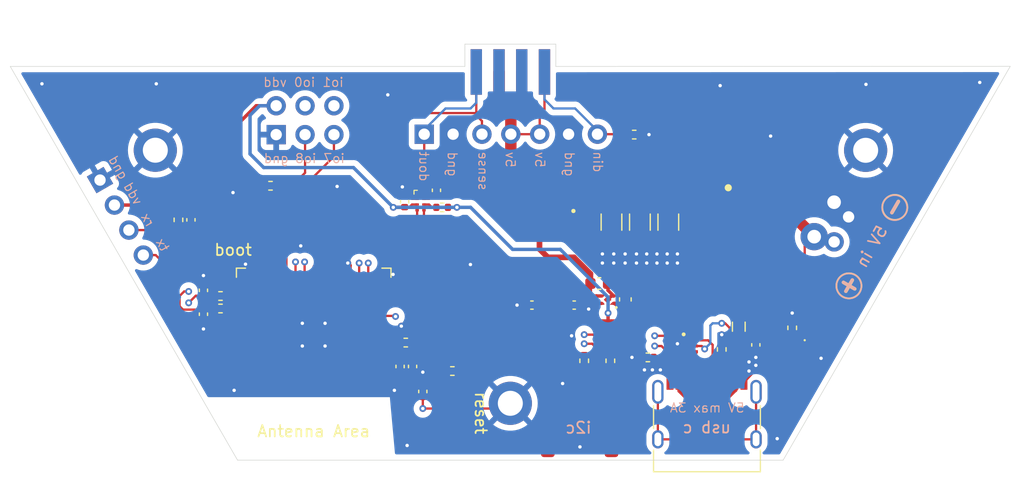
<source format=kicad_pcb>
(kicad_pcb (version 20211014) (generator pcbnew)
  (layers (0 "F.Cu" signal) (1 "In1.Cu" signal) (2 "In2.Cu" signal) (31 "B.Cu" signal) (34 "B.Paste" user) (35 "F.Paste" user) (36 "B.SilkS" user "B.Silkscreen") (37 "F.SilkS" user "F.Silkscreen") (38 "B.Mask" user) (39 "F.Mask" user) (44 "Edge.Cuts" user))
  (net 0 "")
  (net 1 "Net-(D2-Pad2)")
  (net 2 "GND")
  (net 3 "VDD")
  (net 4 "/D+")
  (net 5 "Net-(C9-Pad2)")
  (net 6 "/D-")
  (net 7 "+5V")
  (net 8 "/nRST")
  (net 9 "/BOOT0")
  (net 10 "/VUSB")
  (net 11 "+5VD")
  (net 12 "/SENSE")
  (net 13 "/DOUT")
  (net 14 "/DIN")
  (net 15 "/RX")
  (net 16 "/TX")
  (net 17 "unconnected-(J5-PadS1)")
  (net 18 "Net-(J5-PadB5)")
  (net 20 "Net-(J5-PadA5)")
  (net 22 "/SDA")
  (net 23 "/SCL")
  (net 24 "/GPIO0")
  (net 25 "/GPIO8")
  (net 26 "/GPIO1")
  (net 27 "/GPIO7")
  (net 28 "Net-(R3-Pad1)")
  (net 29 "Net-(R4-Pad1)")
  (net 30 "Net-(R5-Pad1)")
  (net 31 "Net-(R12-Pad2)")
  (net 33 "/VIOUT")
  (net 38 "/LEDS")
  (net 40 "/SENSE3V")
  (net 49 "Net-(D3-Pad1)")
  (footprint "LED_SMD:LED_0402_1005Metric" (layer "F.Cu") (at 179.8 75.7 90)
    (fp_text reference "D3")
    (fp_text value "green")
  )
  (footprint "runger:TDFN-4-1EP_1x1mm_P0.65mm_EP0.5x0.5mm" (layer "F.Cu") (at 162.46 73.225 90)
    (fp_text reference "U4")
    (fp_text value "MIC5524-3.3YMT-T5")
  )
  (footprint "Capacitor_SMD:C_0402_1005Metric" (layer "F.Cu") (at 147.4 63.6 -90)
    (fp_text reference "C18")
    (fp_text value "100nF 10V")
  )
  (footprint "Connector_JST:JST_SH_SM04B-SRSS-TB_1x04-1MP_P1.00mm_Horizontal" (layer "F.Cu") (at 160 84.3)
    (fp_text reference "J6")
    (fp_text value "Stemma/QT")
  )
  (footprint "Capacitor_SMD:C_0603_1608Metric" (layer "F.Cu") (at 161.72 71.8 180)
    (fp_text reference "C12")
    (fp_text value "2.2uF 16V")
  )
  (footprint "Connector_PinHeader_2.54mm:PinHeader_1x04_P2.54mm_Vertical" (layer "F.Cu") (at 117.8 62.7 30)
    (fp_text reference "J4")
    (fp_text value "Conn_01x04")
  )
  (footprint "Resistor_SMD:R_0402_1005Metric" (layer "F.Cu") (at 132.8 63.2 180)
    (fp_text reference "R1")
    (fp_text value "10k")
  )
  (footprint "Espressif:ESP32-C3-MINI-1" (layer "F.Cu") (at 136.6 76.25 180)
    (fp_text reference "U2")
    (fp_text value "ESP32-C3-MINI-1")
  )
  (footprint "runger:PTS_810" (layer "F.Cu") (at 148.9 83.2 -90)
    (fp_text reference "SW1")
    (fp_text value "SW_Push")
  )
  (footprint "Capacitor_SMD:C_0402_1005Metric" (layer "F.Cu") (at 126.9 74.5 -90)
    (fp_text reference "C8")
    (fp_text value "47pF 10V")
  )
  (footprint "Capacitor_SMD:C_0402_1005Metric" (layer "F.Cu") (at 126.9 72.4 90)
    (fp_text reference "C10")
    (fp_text value "47pF 10V")
  )
  (footprint "Capacitor_SMD:C_0402_1005Metric" (layer "F.Cu") (at 175.5 77.2 -90)
    (fp_text reference "C16")
    (fp_text value "10nF 10V")
  )
  (footprint "Capacitor_SMD:C_0402_1005Metric" (layer "F.Cu") (at 144.2 79.1 90)
    (fp_text reference "C7")
    (fp_text value "100nF 10V")
  )
  (footprint "Resistor_SMD:R_0402_1005Metric" (layer "F.Cu") (at 178.7 75.7 90)
    (fp_text reference "R8")
    (fp_text value "5k1")
  )
  (footprint "Resistor_SMD:R_0402_1005Metric" (layer "F.Cu") (at 128.4 74 180)
    (fp_text reference "R5")
    (fp_text value "27R")
  )
  (footprint "Capacitor_SMD:C_0402_1005Metric" (layer "F.Cu") (at 146.2 81.3 90)
    (fp_text reference "C13")
    (fp_text value "1uF 6.3V")
  )
  (footprint "runger:AVX_Edge_8" (layer "F.Cu") (at 153.905284 53.189718)
    (fp_text reference "J1")
    (fp_text value "AVX 009159008061816")
  )
  (footprint "runger:SOT833-1 (XSON8)" (layer "F.Cu") (at 146 64.6 -90)
    (fp_text reference "U6")
    (fp_text value "NXB0102GTX")
  )
  (footprint "Resistor_SMD:R_0402_1005Metric" (layer "F.Cu") (at 128.4 72.9 180)
    (fp_text reference "R4")
    (fp_text value "27R")
  )
  (footprint "Connector_USB:USB_C_Receptacle_HRO_TYPE-C-31-M-12" (layer "F.Cu") (at 171.2 84.46)
    (fp_text reference "J5")
    (fp_text value "USB_C_Receptacle_USB2.0")
  )
  (footprint "Resistor_SMD:R_0402_1005Metric" (layer "F.Cu") (at 164.8 58.7)
    (fp_text reference "R11")
    (fp_text value "330R")
  )
  (footprint "Package_SO:SOIC-8_3.9x4.9mm_P1.27mm" (layer "F.Cu") (at 157.1 69.443738 -90)
    (fp_text reference "U3")
    (fp_text value "ACS725")
  )
  (footprint "Capacitor_SMD:C_0402_1005Metric" (layer "F.Cu") (at 155.8 73.7)
    (fp_text reference "C9")
    (fp_text value "1nF 10V")
  )
  (footprint "MountingHole:MountingHole_2.2mm_M2_DIN965_Pad" (layer "F.Cu") (at 185.162051 60.080259 60)
    (fp_text reference "H1")
    (fp_text value "MountingHole_Pad")
  )
  (footprint "Capacitor_SMD:C_0402_1005Metric" (layer "F.Cu") (at 144.6 64.6 -90)
    (fp_text reference "C17")
    (fp_text value "100nF 10V")
  )
  (footprint "Capacitor_SMD:C_0603_1608Metric" (layer "F.Cu") (at 164.02 73.2 -90)
    (fp_text reference "C15")
    (fp_text value "2.2uF 16V")
  )
  (footprint "Inductor_SMD:L_0805_2012Metric" (layer "F.Cu") (at 174 75.6 90)
    (fp_text reference "FB1")
    (fp_text value "40Ω@100Mhz")
  )
  (footprint "Connector_PinHeader_2.54mm:PinHeader_1x07_P2.54mm_Horizontal" (layer "F.Cu") (at 146.324427 58.664076 90)
    (fp_text reference "J8")
    (fp_text value "Conn_01x07")
  )
  (footprint "Package_TO_SOT_SMD:SOT-886" (layer "F.Cu") (at 169.9 77.3)
    (fp_text reference "U5")
    (fp_text value "PRTR5V0U2F")
  )
  (footprint "Capacitor_SMD:C_1206_3216Metric" (layer "F.Cu") (at 167.8 66.4 -90)
    (fp_text reference "C3")
    (fp_text value "47uF 10V")
  )
  (footprint "Connector_PinHeader_2.54mm:PinHeader_2x03_P2.54mm_Vertical" (layer "F.Cu") (at 133.3 58.7 90)
    (fp_text reference "J9")
    (fp_text value "Conn_02x03_Odd_Even")
  )
  (footprint "Capacitor_SMD:C_0402_1005Metric" (layer "F.Cu") (at 159.52 73.7 180)
    (fp_text reference "C11")
    (fp_text value "100nF 10V")
  )
  (footprint "Resistor_SMD:R_0402_1005Metric" (layer "F.Cu") (at 160.4 78.6 -90)
    (fp_text reference "R2")
    (fp_text value "5k1")
  )
  (footprint "MountingHole:MountingHole_2.2mm_M2_DIN965_Pad" (layer "F.Cu") (at 122.665348 60.072925 60)
    (fp_text reference "H2")
    (fp_text value "MountingHole_Pad")
  )
  (footprint "Resistor_SMD:R_0402_1005Metric" (layer "F.Cu") (at 162.7 78.6 -90)
    (fp_text reference "R13")
    (fp_text value "5k1")
  )
  (footprint "Capacitor_SMD:C_0402_1005Metric" (layer "F.Cu") (at 145.3 79.1 90)
    (fp_text reference "C6")
    (fp_text value "10uF 10V")
  )
  (footprint "runger:PTS_810" (layer "F.Cu") (at 129.5 66.2)
    (fp_text reference "SW2")
    (fp_text value "SW_Push")
  )
  (footprint "Resistor_SMD:R_0402_1005Metric" (layer "F.Cu") (at 147.9 65.1 180)
    (fp_text reference "R12")
    (fp_text value "2k2")
  )
  (footprint "MountingHole:MountingHole_2.2mm_M2_DIN965_Pad" (layer "F.Cu") (at 153.9 82.34 60)
    (fp_text reference "H3")
    (fp_text value "MountingHole_Pad")
  )
  (footprint "Capacitor_SMD:C_1206_3216Metric" (layer "F.Cu") (at 162.8 66.4 -90)
    (fp_text reference "C1")
    (fp_text value "47uF 10V")
  )
  (footprint "Capacitor_SMD:C_1206_3216Metric" (layer "F.Cu") (at 165.3 66.4 -90)
    (fp_text reference "C2")
    (fp_text value "47uF 10V")
  )
  (footprint "Resistor_SMD:R_0402_1005Metric" (layer "F.Cu") (at 172.5 77.6 90)
    (fp_text reference "R10")
    (fp_text value "5k1")
  )
  (footprint "runger:Power_Combo" (layer "F.Cu") (at 181.510177 66.1625 -120)
    (fp_text reference "J7")
    (fp_text value "Conn_01x02")
  )
  (footprint "Diode_SMD:D_SMC" (layer "F.Cu") (at 173 68.5 -90)
    (fp_text reference "D2")
    (fp_text value "SSC53L-M3/57T")
  )
  (footprint "Capacitor_SMD:C_0402_1005Metric" (layer "F.Cu") (at 125.8 66.2 -90)
    (fp_text reference "C14")
    (fp_text value "100nF 10V")
  )
  (footprint "Resistor_SMD:R_0402_1005Metric" (layer "F.Cu") (at 124.7 66.2 90)
    (fp_text reference "R7")
    (fp_text value "10k")
  )
  (footprint "Resistor_SMD:R_0402_1005Metric" (layer "F.Cu") (at 166 78.3 180)
    (fp_text reference "R9")
    (fp_text value "5k1")
  )
  (footprint "Resistor_SMD:R_0402_1005Metric" (layer "F.Cu") (at 148.8 79.5)
    (fp_text reference "R6")
    (fp_text value "10k")
  )
  (footprint "Resistor_SMD:R_0402_1005Metric" (layer "F.Cu") (at 144.7 77)
    (fp_text reference "R3")
    (fp_text value "10k")
  )
  (gr_circle (center 183.69 72.01) (end 182.8 72.66) (layer "B.SilkS") (width 0.15) (fill none))
  (gr_circle (center 187.717912 65.12) (end 186.827912 65.77) (layer "B.SilkS") (width 0.15) (fill none))
  (gr_circle (center 183.69 72.002088) (end 184.58 72.652088) (layer "F.SilkS") (width 0.15) (fill none))
  (gr_circle (center 163.22 73.91) (end 163.27 73.9) (layer "F.SilkS") (width 0.15) (fill solid))
  (gr_circle (center 187.73 65.1) (end 188.62 65.75) (layer "F.SilkS") (width 0.15) (fill none))
  (gr_line (start 129.900517 87.343008) (end 177.901193 87.343398) (layer "Edge.Cuts") (width 0.05))
  (gr_line (start 149.900517 52.701992) (end 149.901812 50.739749) (layer "Edge.Cuts") (width 0.05))
  (gr_line (start 177.901193 87.343398) (end 197.883873 52.692382) (layer "Edge.Cuts") (width 0.05))
  (gr_line (start 129.900517 87.343008) (end 109.901397 52.7025) (layer "Edge.Cuts") (width 0.05))
  (gr_line (start 157.903368 50.740647) (end 157.902073 52.70289) (layer "Edge.Cuts") (width 0.05))
  (gr_line (start 149.901812 50.739749) (end 157.903368 50.740647) (layer "Edge.Cuts") (width 0.05))
  (gr_line (start 149.900517 52.701992) (end 109.901397 52.7025) (layer "Edge.Cuts") (width 0.05))
  (gr_line (start 157.902073 52.70289) (end 197.883873 52.692382) (layer "Edge.Cuts") (width 0.05))
  (gr_text "gnd" (at 148.8 61.3 -90) (layer "B.SilkS") (effects (font (size 0.8 0.8) (thickness 0.1)) (justify mirror)))
  (gr_text "sense" (at 151.5 61.9 -90) (layer "B.SilkS") (effects (font (size 0.8 0.8) (thickness 0.1)) (justify mirror)))
  (gr_text "gnd" (at 119.4 61.6 300) (layer "B.SilkS") (effects (font (size 0.8 0.8) (thickness 0.1)) (justify mirror)))
  (gr_text "dout" (at 146.3 61.5 -90) (layer "B.SilkS") (effects (font (size 0.8 0.8) (thickness 0.1)) (justify mirror)))
  (gr_text "din" (at 161.6 61.1 -90) (layer "B.SilkS") (effects (font (size 0.8 0.8) (thickness 0.1)) (justify mirror)))
  (gr_text "5V max 3A" (at 171.22 82.74) (layer "B.SilkS") (effects (font (size 0.8 0.8) (thickness 0.1)) (justify mirror)))
  (gr_text "rx" (at 122 66.2 300) (layer "B.SilkS") (effects (font (size 0.8 0.8) (thickness 0.1)) (justify mirror)))
  (gr_text "tx" (at 123.3 68.4 300) (layer "B.SilkS") (effects (font (size 0.8 0.8) (thickness 0.1)) (justify mirror)))
  (gr_text "+" (at 183.752088 71.89 -30) (layer "B.SilkS") (effects (font (size 1.5 1.5) (thickness 0.3)) (justify mirror)))
  (gr_text "i2c" (at 159.89 84.49) (layer "B.SilkS") (effects (font (size 1 1)) (justify mirror)))
  (gr_text "-" (at 187.65 65.02 60) (layer "B.SilkS") (effects (font (size 1.5 1.5) (thickness 0.3)) (justify mirror)))
  (gr_text "gnd" (at 133.3 60.8) (layer "B.SilkS") (effects (font (size 0.8 0.8) (thickness 0.1)) (justify mirror)))
  (gr_text "5v" (at 156.5 60.9 -90) (layer "B.SilkS") (effects (font (size 0.8 0.8) (thickness 0.1)) (justify mirror)))
  (gr_text "vdd" (at 133.2 54.1) (layer "B.SilkS") (effects (font (size 0.8 0.8) (thickness 0.1)) (justify mirror)))
  (gr_text "io1" (at 138.3 54.1) (layer "B.SilkS") (effects (font (size 0.8 0.8) (thickness 0.1)) (justify mirror)))
  (gr_text "5V in" (at 185.7 68.55 60) (layer "B.SilkS") (effects (font (size 1 1)) (justify mirror)))
  (gr_text "vdd" (at 120.7 63.9 300) (layer "B.SilkS") (effects (font (size 0.8 0.8) (thickness 0.1)) (justify mirror)))
  (gr_text "io7" (at 138.4 60.8) (layer "B.SilkS") (effects (font (size 0.8 0.8) (thickness 0.1)) (justify mirror)))
  (gr_text "gnd" (at 159.1 61.3 -90) (layer "B.SilkS") (effects (font (size 0.8 0.8) (thickness 0.1)) (justify mirror)))
  (gr_text "io8" (at 135.9 60.8) (layer "B.SilkS") (effects (font (size 0.8 0.8) (thickness 0.1)) (justify mirror)))
  (gr_text "5v" (at 153.9 60.9 -90) (layer "B.SilkS") (effects (font (size 0.8 0.8) (thickness 0.1)) (justify mirror)))
  (gr_text "usb c" (at 171.18 84.46) (layer "B.SilkS") (effects (font (size 1 1)) (justify mirror)))
  (gr_text "io0" (at 135.8 54.1) (layer "B.SilkS") (effects (font (size 0.8 0.8) (thickness 0.1)) (justify mirror)))
  (gr_text "boot" (at 129.51 68.84) (layer "F.SilkS") (effects (font (size 1 1))))
  (gr_text "-" (at 187.67 65.02 60) (layer "F.SilkS") (effects (font (size 1.5 1.5) (thickness 0.3))))
  (gr_text "+" (at 183.762088 71.9 -30) (layer "F.SilkS") (effects (font (size 1.5 1.5) (thickness 0.3))))
  (gr_text "reset" (at 151.3 83.2 270) (layer "F.SilkS") (effects (font (size 1 1))))
  (segment (start 173 72.8) (end 173 71.9) (width 1) (layer "F.Cu") (net 1))
  (segment (start 174 73.8) (end 173 72.8) (width 1) (layer "F.Cu") (net 1))
  (segment (start 174 74.5375) (end 174 73.8) (width 1) (layer "F.Cu") (net 1))
  (segment (start 139.8 71.35) (end 139.8 70.2) (width 0.3) (layer "F.Cu") (net 2))
  (segment (start 145.02 64.12) (end 144.6 64.12) (width 0.2) (layer "F.Cu") (net 2))
  (segment (start 163 72.9) (end 162.495 72.395) (width 0.3) (layer "F.Cu") (net 2))
  (segment (start 165.49 78.3) (end 164.6 78.3) (width 0.2) (layer "F.Cu") (net 2))
  (segment (start 163 72.9) (end 162.785 72.9) (width 0.3) (layer "F.Cu") (net 2))
  (segment (start 138.575 74.275) (end 139.8 73.05) (width 0.3) (layer "F.Cu") (net 2))
  (segment (start 130.7 81.15) (end 130.65 81.2) (width 0.3) (layer "F.Cu") (net 2))
  (segment (start 158.5 83.6) (end 158.5 82.3) (width 0.3) (layer "F.Cu") (net 2))
  (segment (start 147.4 62.4) (end 147.4 63.12) (width 0.2) (layer "F.Cu") (net 2))
  (segment (start 158.5 82.3) (end 158.5 80.6) (width 0.3) (layer "F.Cu") (net 2))
  (segment (start 153.6 82.8) (end 153.9 82.5) (width 0.2) (layer "F.Cu") (net 2))
  (segment (start 174.9 79.5) (end 175.4 79) (width 0.5) (layer "F.Cu") (net 2))
  (segment (start 127.425 65.125) (end 125.975 65.125) (width 0.2) (layer "F.Cu") (net 2))
  (segment (start 165.31 58.7) (end 166.1 58.7) (width 0.2) (layer "F.Cu") (net 2))
  (segment (start 174.45 79.95) (end 174.9 79.5) (width 0.5) (layer "F.Cu") (net 2))
  (segment (start 167.95 80.05) (end 167.3 79.4) (width 0.5) (layer "F.Cu") (net 2))
  (segment (start 144.6 63.5) (end 144.4 63.3) (width 0.2) (layer "F.Cu") (net 2))
  (segment (start 164 72.405) (end 164 70) (width 0.3) (layer "F.Cu") (net 2))
  (segment (start 148.864427 60.935573) (end 147.4 62.4) (width 0.2) (layer "F.Cu") (net 2))
  (segment (start 125.975 65.125) (end 125.8 65.3) (width 0.2) (layer "F.Cu") (net 2))
  (segment (start 145.3 79.58) (end 146.18 79.58) (width 0.3) (layer "F.Cu") (net 2))
  (segment (start 146.2 80.82) (end 146.2 79.6) (width 0.2) (layer "F.Cu") (net 2))
  (segment (start 142.5 79.45) (end 142.5 80.25) (width 0.3) (layer "F.Cu") (net 2))
  (segment (start 168.8 77.3) (end 168.6 77.1) (width 0.2) (layer "F.Cu") (net 2))
  (segment (start 162.495 70.805) (end 162.495 71.8) (width 0.5) (layer "F.Cu") (net 2))
  (segment (start 157.2 84.9) (end 158.5 83.6) (width 0.3) (layer "F.Cu") (net 2))
  (segment (start 129.5 65.1) (end 129.525 65.125) (width 0.2) (layer "F.Cu") (net 2))
  (segment (start 129.525 65.125) (end 127.425 65.125) (width 0.2) (layer "F.Cu") (net 2))
  (segment (start 142.5 71.35) (end 142.55 71.3) (width 0.3) (layer "F.Cu") (net 2))
  (segment (start 160.44 73.7) (end 160.79 74.05) (width 0.3) (layer "F.Cu") (net 2))
  (segment (start 166.4 79.4) (end 165.7 79.4) (width 0.5) (layer "F.Cu") (net 2))
  (segment (start 144.6 64.12) (end 144.6 63.5) (width 0.2) (layer "F.Cu") (net 2))
  (segment (start 150 82.8) (end 153.6 82.8) (width 0.2) (layer "F.Cu") (net 2))
  (segment (start 131.8 81.15) (end 142.5 81.15) (width 0.3) (layer "F.Cu") (net 2))
  (segment (start 126.9 71.92) (end 126.9 71.1) (width 0.2) (layer "F.Cu") (net 2))
  (segment (start 125.8 65.3) (end 125.8 65.72) (width 0.2) (layer "F.Cu") (net 2))
  (segment (start 142.55 81.2) (end 143.7 81.2) (width 0.3) (layer "F.Cu") (net 2))
  (segment (start 131.8 81.15) (end 130.7 81.15) (width 0.3) (layer "F.Cu") (net 2))
  (segment (start 168.68 77.18) (end 168.6 77.1) (width 0.2) (layer "F.Cu") (net 2))
  (segment (start 149.975 82.825) (end 150 82.8) (width 0.2) (layer "F.Cu") (net 2))
  (segment (start 175.5 77.68) (end 175.5 78.3) (width 0.2) (layer "F.Cu") (net 2))
  (segment (start 163 70.3) (end 162.495 70.805) (width 0.5) (layer "F.Cu") (net 2))
  (segment (start 155.32 73.7) (end 154.49 73.7) (width 0.3) (layer "F.Cu") (net 2))
  (segment (start 155.32 73.25) (end 155.32 73.7) (width 0.3) (layer "F.Cu") (net 2))
  (segment (start 142.55 81.2) (end 142.55 80.3) (width 0.3) (layer "F.Cu") (net 2))
  (segment (start 142.55 80.3) (end 142.5 80.25) (width 0.3) (layer "F.Cu") (net 2))
  (segment (start 129.5 63.8) (end 129.5 65.1) (width 0.2) (layer "F.Cu") (net 2))
  (segment (start 139.8 70.2) (end 139.6 70) (width 0.3) (layer "F.Cu") (net 2))
  (segment (start 162.8 86.175) (end 160.025 86.175) (width 0.3) (layer "F.Cu") (net 2))
  (segment (start 130.65 70.15) (end 130.6 70.1) (width 0.3) (layer "F.Cu") (net 2))
  (segment (start 143.68 79.58) (end 144.2 79.58) (width 0.3) (layer "F.Cu") (net 2))
  (segment (start 160.025 86.175) (end 157.2 86.175) (width 0.3) (layer "F.Cu") (net 2))
  (segment (start 167.3 79.4) (end 167.1 79.4) (width 0.5) (layer "F.Cu") (net 2))
  (segment (start 126.9 74.98) (end 126.9 75.8) (width 0.2) (layer "F.Cu") (net 2))
  (segment (start 174.45 80.415) (end 174.45 79.95) (width 0.5) (layer "F.Cu") (net 2))
  (segment (start 155.195 71.918738) (end 155.195 73.125) (width 0.3) (layer "F.Cu") (net 2))
  (segment (start 162.785 72.9) (end 162.46 73.225) (width 0.3) (layer "F.Cu") (net 2))
  (segment (start 160 73.7) (end 160.44 73.7) (width 0.3) (layer "F.Cu") (net 2))
  (segment (start 148.864427 58.664076) (end 148.864427 60.935573) (width 0.2) (layer "F.Cu") (net 2))
  (segment (start 163 70) (end 163 70.3) (width 0.5) (layer "F.Cu") (net 2))
  (segment (start 143.28 71.3) (end 143.58 71) (width 0.3) (layer "F.Cu") (net 2))
  (segment (start 145.25 64.35) (end 145.02 64.12) (width 0.2) (layer "F.Cu") (net 2))
  (segment (start 131.575 65.125) (end 129.525 65.125) (width 0.2) (layer "F.Cu") (net 2))
  (segment (start 142.5 79.45) (end 143.55 79.45) (width 0.3) (layer "F.Cu") (net 2))
  (segment (start 155.195 73.125) (end 155.32 73.25) (width 0.3) (layer "F.Cu") (net 2))
  (segment (start 146.18 79.58) (end 146.2 79.6) (width 0.3) (layer "F.Cu") (net 2))
  (segment (start 145.7 64.35) (end 145.25 64.35) (width 0.2) (layer "F.Cu") (net 2))
  (segment (start 149.975 85.275) (end 149.975 82.825) (width 0.2) (layer "F.Cu") (net 2))
  (segment (start 142.5 72.25) (end 142.5 71.35) (width 0.3) (layer "F.Cu") (net 2))
  (segment (start 162.495 72.395) (end 162.495 71.8) (width 0.3) (layer "F.Cu") (net 2))
  (segment (start 166.4 79.4) (end 167.1 79.4) (width 0.5) (layer "F.Cu") (net 2))
  (segment (start 157.2 86.175) (end 157.2 84.9) (width 0.3) (layer "F.Cu") (net 2))
  (segment (start 178.7 75.19) (end 178.7 74.4) (width 0.2) (layer "F.Cu") (net 2))
  (segment (start 142.5 81.15) (end 142.55 81.2) (width 0.3) (layer "F.Cu") (net 2))
  (segment (start 144.2 79.58) (end 145.3 79.58) (width 0.3) (layer "F.Cu") (net 2))
  (segment (start 142.55 71.3) (end 143.28 71.3) (width 0.3) (layer "F.Cu") (net 2))
  (segment (start 167.95 80.415) (end 167.95 80.05) (width 0.5) (layer "F.Cu") (net 2))
  (segment (start 149.975 82.825) (end 149.975 81.125) (width 0.2) (layer "F.Cu") (net 2))
  (segment (start 143.55 79.45) (end 143.68 79.58) (width 0.3) (layer "F.Cu") (net 2))
  (segment (start 139.8 73.05) (end 139.8 71.35) (width 0.3) (layer "F.Cu") (net 2))
  (segment (start 164.02 72.425) (end 164 72.405) (width 0.3) (layer "F.Cu") (net 2))
  (segment (start 175.5 78.3) (end 175.5 79) (width 0.5) (layer "F.Cu") (net 2))
  (segment (start 175.4 79) (end 175.5 79) (width 0.5) (layer "F.Cu") (net 2))
  (segment (start 168.7 77.18) (end 168.68 77.18) (width 0.2) (layer "F.Cu") (net 2))
  (segment (start 130.65 81.2) (end 129.6 81.2) (width 0.3) (layer "F.Cu") (net 2))
  (segment (start 130.65 71.3) (end 130.65 70.15) (width 0.3) (layer "F.Cu") (net 2))
  (segment (start 172.5 77.09) (end 172.5 76.3) (width 0.3) (layer "F.Cu") (net 2))
  (segment (start 169.56 77.3) (end 168.8 77.3) (width 0.2) (layer "F.Cu") (net 2))
  (via (at 144.82 86.05) (size 0.6) (drill 0.3) (layers "F.Cu" "B.Cu") (net 2))
  (via (at 174.9 78.7) (size 0.6) (drill 0.3) (layers "F.Cu" "B.Cu") (net 2))
  (via (at 143.58 71) (size 0.6) (drill 0.3) (layers "F.Cu" "B.Cu") (net 2))
  (via (at 122.75 54.23) (size 0.6) (drill 0.3) (layers "F.Cu" "B.Cu") (net 2))
  (via (at 168.6 69.2) (size 0.6) (drill 0.3) (layers "F.Cu" "B.Cu") (net 2))
  (via (at 177.38 85.45) (size 0.6) (drill 0.3) (layers "F.Cu" "B.Cu") (net 2))
  (via (at 168.6 70) (size 0.6) (drill 0.3) (layers "F.Cu" "B.Cu") (net 2))
  (via (at 163 69.2) (size 0.6) (drill 0.3) (layers "F.Cu" "B.Cu") (net 2))
  (via (at 129.6 81.2) (size 0.6) (drill 0.3) (layers "F.Cu" "B.Cu") (net 2))
  (via (at 126.9 75.8) (size 0.6) (drill 0.3) (layers "F.Cu" "B.Cu") (net 2))
  (via (at 185.19 54.28) (size 0.6) (drill 0.3) (layers "F.Cu" "B.Cu") (net 2))
  (via (at 164 69.2) (size 0.6) (drill 0.3) (layers "F.Cu" "B.Cu") (net 2))
  (via (at 164.6 78.3) (size 0.6) (drill 0.3) (layers "F.Cu" "B.Cu") (net 2))
  (via (at 135.6 77.3) (size 0.6) (drill 0.3) (layers "F.Cu" "B.Cu") (net 2))
  (via (at 135.46 68.49) (size 0.6) (drill 0.3) (layers "F.Cu" "B.Cu") (net 2))
  (via (at 143.12 55.2) (size 0.6) (drill 0.3) (layers "F.Cu" "B.Cu") (net 2))
  (via (at 168.6 77.1) (size 0.6) (drill 0.3) (layers "F.Cu" "B.Cu") (net 2))
  (via (at 162 69.2) (size 0.6) (drill 0.3) (layers "F.Cu" "B.Cu") (net 2))
  (via (at 176.8 58.83) (size 0.6) (drill 0.3) (layers "F.Cu" "B.Cu") (net 2))
  (via (at 135.6 75.3) (size 0.6) (drill 0.3) (layers "F.Cu" "B.Cu") (net 2))
  (via (at 160.025 86.175) (size 0.6) (drill 0.3) (layers "F.Cu" "B.Cu") (net 2))
  (via (at 139.6 70) (size 0.6) (drill 0.3) (layers "F.Cu" "B.Cu") (net 2))
  (via (at 144.31 75.55) (size 0.6) (drill 0.3) (layers "F.Cu" "B.Cu") (net 2))
  (via (at 181.24 78.38) (size 0.6) (drill 0.3) (layers "F.Cu" "B.Cu") (net 2))
  (via (at 150.39 70.13) (size 0.6) (drill 0.3) (layers "F.Cu" "B.Cu") (net 2))
  (via (at 172.5 76.3) (size 0.6) (drill 0.3) (layers "F.Cu" "B.Cu") (net 2))
  (via (at 167.7 70) (size 0.6) (drill 0.3) (layers "F.Cu" "B.Cu") (net 2))
  (via (at 166.1 58.7) (size 0.6) (drill 0.3) (layers "F.Cu" "B.Cu") (net 2))
  (via (at 166.4 79.4) (size 0.6) (drill 0.3) (layers "F.Cu" "B.Cu") (net 2))
  (via (at 158.5 80.6) (size 0.6) (drill 0.3) (layers "F.Cu" "B.Cu") (net 2))
  (via (at 160.79 74.05) (size 0.6) (drill 0.3) (layers "F.Cu" "B.Cu") (net 2))
  (via (at 167.7 69.2) (size 0.6) (drill 0.3) (layers "F.Cu" "B.Cu") (net 2))
  (via (at 154.49 73.7) (size 0.6) (drill 0.3) (layers "F.Cu" "B.Cu") (net 2))
  (via (at 165 69.2) (size 0.6) (drill 0.3) (layers "F.Cu" "B.Cu") (net 2))
  (via (at 165.7 79.4) (size 0.6) (drill 0.3) (layers "F.Cu" "B.Cu") (net 2))
  (via (at 144.4 63.3) (size 0.6) (drill 0.3) (layers "F.Cu" "B.Cu") (net 2))
  (via (at 126.9 71.1) (size 0.6) (drill 0.3) (layers "F.Cu" "B.Cu") (net 2))
  (via (at 137.6 75.3) (size 0.6) (drill 0.3) (layers "F.Cu" "B.Cu") (net 2))
  (via (at 164 70) (size 0.6) (drill 0.3) (layers "F.Cu" "B.Cu") (net 2))
  (via (at 162 70) (size 0.6) (drill 0.3) (layers "F.Cu" "B.Cu") (net 2))
  (via (at 178.7 74.4) (size 0.6) (drill 0.3) (layers "F.Cu" "B.Cu") (net 2))
  (via (at 137.6 77.3) (size 0.6) (drill 0.3) (layers "F.Cu" "B.Cu") (net 2))
  (via (at 175.5 79) (size 0.6) (drill 0.3) (layers "F.Cu" "B.Cu") (net 2))
  (via (at 165 70) (size 0.6) (drill 0.3) (layers "F.Cu" "B.Cu") (net 2))
  (via (at 166.8 69.2) (size 0.6) (drill 0.3) (layers "F.Cu" "B.Cu") (net 2))
  (via (at 165.9 69.2) (size 0.6) (drill 0.3) (layers "F.Cu" "B.Cu") (net 2))
  (via (at 166.8 70) (size 0.6) (drill 0.3) (layers "F.Cu" "B.Cu") (net 2))
  (via (at 146.2 79.6) (size 0.6) (drill 0.3) (layers "F.Cu" "B.Cu") (net 2))
  (via (at 129.5 63.8) (size 0.6) (drill 0.3) (layers "F.Cu" "B.Cu") (net 2))
  (via (at 130.6 70.1) (size 0.6) (drill 0.3) (layers "F.Cu" "B.Cu") (net 2))
  (via (at 175.5 78.3) (size 0.6) (drill 0.3) (layers "F.Cu" "B.Cu") (net 2))
  (via (at 167.1 79.4) (size 0.6) (drill 0.3) (layers "F.Cu" "B.Cu") (net 2))
  (via (at 112.69 54.23) (size 0.6) (drill 0.3) (layers "F.Cu" "B.Cu") (net 2))
  (via (at 195.2 54.11) (size 0.6) (drill 0.3) (layers "F.Cu" "B.Cu") (net 2))
  (via (at 172.36 54.39) (size 0.6) (drill 0.3) (layers "F.Cu" "B.Cu") (net 2))
  (via (at 165.9 70) (size 0.6) (drill 0.3) (layers "F.Cu" "B.Cu") (net 2))
  (via (at 174.9 79.5) (size 0.6) (drill 0.3) (layers "F.Cu" "B.Cu") (net 2))
  (via (at 159.29 76.4) (size 0.6) (drill 0.3) (layers "F.Cu" "B.Cu") (net 2))
  (via (at 143.7 81.2) (size 0.6) (drill 0.3) (layers "F.Cu" "B.Cu") (net 2))
  (via (at 163 70) (size 0.6) (drill 0.3) (layers "F.Cu" "B.Cu") (net 2))
  (via (at 138.66 63.26) (size 0.6) (drill 0.3) (layers "F.Cu" "B.Cu") (net 2))
  (segment (start 162.5 75.1) (end 159.1 75.1) (width 0.3) (layer "F.Cu") (net 3))
  (segment (start 148.41 65.1) (end 149.2 65.1) (width 0.2) (layer "F.Cu") (net 3))
  (segment (start 150.4 79.1) (end 150.4 77.7) (width 0.2) (layer "F.Cu") (net 3))
  (segment (start 163.51 73.975) (end 163.085 73.55) (width 0.3) (layer "F.Cu") (net 3))
  (segment (start 147.38 78.62) (end 148.3 77.7) (width 0.3) (layer "F.Cu") (net 3))
  (segment (start 145.7 64.85) (end 145.25 64.85) (width 0.2) (layer "F.Cu") (net 3))
  (segment (start 162.7 78.09) (end 162.7 75.19) (width 0.2) (layer "F.Cu") (net 3))
  (segment (start 149.31 79.5) (end 150 79.5) (width 0.2) (layer "F.Cu") (net 3))
  (segment (start 150 79.5) (end 150.4 79.1) (width 0.2) (layer "F.Cu") (net 3))
  (segment (start 130.7 63.2) (end 127.6 60.1) (width 0.2) (layer "F.Cu") (net 3))
  (segment (start 158.25 76.95) (end 158.25 75.98) (width 0.3) (layer "F.Cu") (net 3))
  (segment (start 146.22 77.52) (end 146.22 78.62) (width 0.2) (layer "F.Cu") (net 3))
  (segment (start 143.6 65.1) (end 144.58 65.1) (width 0.3) (layer "F.Cu") (net 3))
  (segment (start 145.21 77) (end 145.7 77) (width 0.2) (layer "F.Cu") (net 3))
  (segment (start 146.22 78.62) (end 147.38 78.62) (width 0.3) (layer "F.Cu") (net 3))
  (segment (start 162.5 75.1) (end 162.5 74.4) (width 0.3) (layer "F.Cu") (net 3))
  (segment (start 159.04 75.19) (end 159.04 73.7) (width 0.3) (layer "F.Cu") (net 3))
  (segment (start 159.005 73.665) (end 159.04 73.7) (width 0.3) (layer "F.Cu") (net 3))
  (segment (start 157.5 77.7) (end 158.25 76.95) (width 0.3) (layer "F.Cu") (net 3))
  (segment (start 158.25 75.98) (end 159.04 75.19) (width 0.3) (layer "F.Cu") (net 3))
  (segment (start 142.5 78.65) (end 144.17 78.65) (width 0.3) (layer "F.Cu") (net 3))
  (segment (start 144.58 65.1) (end 144.6 65.08) (width 0.3) (layer "F.Cu") (net 3))
  (segment (start 145.02 65.08) (end 144.6 65.08) (width 0.2) (layer "F.Cu") (net 3))
  (segment (start 160.4 78.09) (end 159.39 78.09) (width 0.2) (layer "F.Cu") (net 3))
  (segment (start 159.5 82.3) (end 159.5 78.2) (width 0.3) (layer "F.Cu") (net 3))
  (segment (start 145.25 64.85) (end 145.02 65.08) (width 0.2) (layer "F.Cu") (net 3))
  (segment (start 132.29 63.2) (end 130.7 63.2) (width 0.2) (layer "F.Cu") (net 3))
  (segment (start 164.02 73.975) (end 164.02 74.88) (width 0.3) (layer "F.Cu") (net 3))
  (segment (start 124.4 63.3) (end 127.6 60.1) (width 0.3) (layer "F.Cu") (net 3))
  (segment (start 159.005 71.918738) (end 159.005 73.665) (width 0.3) (layer "F.Cu") (net 3))
  (segment (start 144.17 78.65) (end 144.2 78.62) (width 0.3) (layer "F.Cu") (net 3))
  (segment (start 163.085 73.55) (end 163 73.55) (width 0.3) (layer "F.Cu") (net 3))
  (segment (start 159.5 78.2) (end 158.25 76.95) (width 0.3) (layer "F.Cu") (net 3))
  (segment (start 162.79 75.1) (end 162.5 75.1) (width 0.3) (layer "F.Cu") (net 3))
  (segment (start 164.02 73.975) (end 163.51 73.975) (width 0.3) (layer "F.Cu") (net 3))
  (segment (start 164.02 74.88) (end 163.8 75.1) (width 0.3) (layer "F.Cu") (net 3))
  (segment (start 162.7 75.19) (end 162.79 75.1) (width 0.2) (layer "F.Cu") (net 3))
  (segment (start 148.3 77.7) (end 150.4 77.7) (width 0.3) (layer "F.Cu") (net 3))
  (segment (start 145.3 78.62) (end 146.22 78.62) (width 0.3) (layer "F.Cu") (net 3))
  (segment (start 144.2 78.62) (end 145.3 78.62) (width 0.3) (layer "F.Cu") (net 3))
  (segment (start 163.8 75.1) (end 162.79 75.1) (width 0.3) (layer "F.Cu") (net 3))
  (segment (start 150.4 77.7) (end 157.5 77.7) (width 0.3) (layer "F.Cu") (net 3))
  (segment (start 122.800295 64.899705) (end 124.4 63.3) (width 0.3) (layer "F.Cu") (net 3))
  (segment (start 131.54 56.16) (end 127.6 60.1) (width 0.3) (layer "F.Cu") (net 3))
  (segment (start 133.3 56.16) (end 131.54 56.16) (width 0.3) (layer "F.Cu") (net 3))
  (segment (start 124.7 63.6) (end 124.4 63.3) (width 0.2) (layer "F.Cu") (net 3))
  (segment (start 119.07 64.899705) (end 122.800295 64.899705) (width 0.3) (layer "F.Cu") (net 3))
  (segment (start 145.7 77) (end 146.22 77.52) (width 0.2) (layer "F.Cu") (net 3))
  (segment (start 124.7 65.69) (end 124.7 63.6) (width 0.2) (layer "F.Cu") (net 3))
  (via (at 143.6 65.1) (size 0.6) (drill 0.3) (layers "F.Cu" "B.Cu") (net 3))
  (via (at 162.5 74.4) (size 0.6) (drill 0.3) (layers "F.Cu" "B.Cu") (net 3))
  (via (at 149.2 65.1) (size 0.6) (drill 0.3) (layers "F.Cu" "B.Cu") (net 3))
  (segment (start 131.84 56.16) (end 133.3 56.16) (width 0.3) (layer "B.Cu") (net 3))
  (segment (start 131 57) (end 131.84 56.16) (width 0.3) (layer "B.Cu") (net 3))
  (segment (start 140.1 61.6) (end 132.2 61.6) (width 0.3) (layer "B.Cu") (net 3))
  (segment (start 149.2 65.1) (end 143.6 65.1) (width 0.3) (layer "B.Cu") (net 3))
  (segment (start 150.4 65.1) (end 149.2 65.1) (width 0.3) (layer "B.Cu") (net 3))
  (segment (start 162.5 73) (end 158.3 68.8) (width 0.3) (layer "B.Cu") (net 3))
  (segment (start 162.5 74.4) (end 162.5 73) (width 0.3) (layer "B.Cu") (net 3))
  (segment (start 154.1 68.8) (end 150.4 65.1) (width 0.3) (layer "B.Cu") (net 3))
  (segment (start 158.3 68.8) (end 154.1 68.8) (width 0.3) (layer "B.Cu") (net 3))
  (segment (start 131 60.4) (end 131 57) (width 0.3) (layer "B.Cu") (net 3))
  (segment (start 143.6 65.1) (end 140.1 61.6) (width 0.3) (layer "B.Cu") (net 3))
  (segment (start 132.2 61.6) (end 131 60.4) (width 0.3) (layer "B.Cu") (net 3))
  (segment (start 171.3 76.8) (end 170.24 76.8) (width 0.2) (layer "F.Cu") (net 4))
  (segment (start 170.95 78.85) (end 171.7 78.1) (width 0.2) (layer "F.Cu") (net 4))
  (segment (start 126.9 74.02) (end 126.820499 74.099501) (width 0.2) (layer "F.Cu") (net 4))
  (segment (start 127.89 74) (end 126.92 74) (width 0.2) (layer "F.Cu") (net 4))
  (segment (start 171.7 78.1) (end 171.7 77.2) (width 0.2) (layer "F.Cu") (net 4))
  (segment (start 169.16 76.4) (end 166.6 76.4) (width 0.2) (layer "F.Cu") (net 4))
  (segment (start 125.099501 74.099501) (end 124.8 73.8) (width 0.2) (layer "F.Cu") (net 4))
  (segment (start 171.95 80.415) (end 171.95 79.35) (width 0.2) (layer "F.Cu") (net 4))
  (segment (start 171.7 77.2) (end 171.3 76.8) (width 0.2) (layer "F.Cu") (net 4))
  (segment (start 124.8 73.8) (end 124.8 72.9) (width 0.2) (layer "F.Cu") (net 4))
  (segment (start 170.24 76.8) (end 169.56 76.8) (width 0.2) (layer "F.Cu") (net 4))
  (segment (start 169.56 76.8) (end 169.16 76.4) (width 0.2) (layer "F.Cu") (net 4))
  (segment (start 171.95 79.35) (end 171.75 79.15) (width 0.2) (layer "F.Cu") (net 4))
  (segment (start 125.2 72.5) (end 125.6 72.5) (width 0.2) (layer "F.Cu") (net 4))
  (segment (start 126.820499 74.099501) (end 125.099501 74.099501) (width 0.2) (layer "F.Cu") (net 4))
  (segment (start 170.95 80.415) (end 170.95 79.15) (width 0.2) (layer "F.Cu") (net 4))
  (segment (start 124.8 72.9) (end 125.2 72.5) (width 0.2) (layer "F.Cu") (net 4))
  (segment (start 170.95 79.15) (end 170.95 78.85) (width 0.2) (layer "F.Cu") (net 4))
  (segment (start 171.75 79.15) (end 170.95 79.15) (width 0.2) (layer "F.Cu") (net 4))
  (segment (start 126.92 74) (end 126.9 74.02) (width 0.2) (layer "F.Cu") (net 4))
  (via (at 125.6 72.5) (size 0.6) (drill 0.3) (layers "F.Cu" "B.Cu") (net 4))
  (via (at 166.6 76.4) (size 0.6) (drill 0.3) (layers "F.Cu" "B.Cu") (net 4))
  (segment (start 156.28 73.32) (end 156.28 73.7) (width 0.2) (layer "F.Cu") (net 5))
  (segment (start 156.465 71.918738) (end 156.465 73.135) (width 0.2) (layer "F.Cu") (net 5))
  (segment (start 156.465 73.135) (end 156.28 73.32) (width 0.2) (layer "F.Cu") (net 5))
  (segment (start 126.92 72.9) (end 126.9 72.88) (width 0.2) (layer "F.Cu") (net 6))
  (segment (start 170.45 78.65) (end 170.24 78.44) (width 0.2) (layer "F.Cu") (net 6))
  (segment (start 169.56 77.8) (end 167.7 77.8) (width 0.2) (layer "F.Cu") (net 6))
  (segment (start 171.3 81.7) (end 170.6 81.7) (width 0.2) (layer "F.Cu") (net 6))
  (segment (start 167.2 77.3) (end 166.6 77.3) (width 0.2) (layer "F.Cu") (net 6))
  (segment (start 170.45 81.55) (end 170.45 80.415) (width 0.2) (layer "F.Cu") (net 6))
  (segment (start 127.89 72.9) (end 126.92 72.9) (width 0.2) (layer "F.Cu") (net 6))
  (segment (start 167.7 77.8) (end 167.2 77.3) (width 0.2) (layer "F.Cu") (net 6))
  (segment (start 126.9 72.88) (end 126.22 72.88) (width 0.2) (layer "F.Cu") (net 6))
  (segment (start 170.45 80.415) (end 170.45 78.65) (width 0.2) (layer "F.Cu") (net 6))
  (segment (start 126.22 72.88) (end 125.6 73.5) (width 0.2) (layer "F.Cu") (net 6))
  (segment (start 170.24 78.44) (end 170.24 77.8) (width 0.2) (layer "F.Cu") (net 6))
  (segment (start 171.45 80.415) (end 171.45 81.55) (width 0.2) (layer "F.Cu") (net 6))
  (segment (start 170.6 81.7) (end 170.45 81.55) (width 0.2) (layer "F.Cu") (net 6))
  (segment (start 171.45 81.55) (end 171.3 81.7) (width 0.2) (layer "F.Cu") (net 6))
  (segment (start 170.24 77.8) (end 169.56 77.8) (width 0.2) (layer "F.Cu") (net 6))
  (via (at 125.6 73.5) (size 0.6) (drill 0.3) (layers "F.Cu" "B.Cu") (net 6))
  (via (at 166.6 77.3) (size 0.6) (drill 0.3) (layers "F.Cu" "B.Cu") (net 6))
  (segment (start 161.46 73.425) (end 161.46 72.925) (width 0.3) (layer "F.Cu") (net 7))
  (segment (start 154.25 62.85) (end 155.8 64.4) (width 1) (layer "F.Cu") (net 7))
  (segment (start 156.905284 56.494716) (end 156.905284 53.189718) (width 0.2) (layer "F.Cu") (net 7))
  (segment (start 160.945 70.945) (end 160.945 71.8) (width 0.5) (layer "F.Cu") (net 7))
  (segment (start 146.3 64.35) (end 146.75 64.35) (width 0.2) (layer "F.Cu") (net 7))
  (segment (start 156.484427 58.664076) (end 156.484427 56.915573) (width 0.2) (layer "F.Cu") (net 7))
  (segment (start 152.905284 53.189718) (end 152.905284 55.805284) (width 1) (layer "F.Cu") (net 7))
  (segment (start 161.585 73.55) (end 161.46 73.425) (width 0.3) (layer "F.Cu") (net 7))
  (segment (start 152.905284 55.805284) (end 153.944427 56.844427) (width 1) (layer "F.Cu") (net 7))
  (segment (start 154.905284 53.189718) (end 154.905284 55.88357) (width 1) (layer "F.Cu") (net 7))
  (segment (start 153.944427 62.544427) (end 154.25 62.85) (width 1) (layer "F.Cu") (net 7))
  (segment (start 159.5 69.5) (end 160.945 70.945) (width 0.5) (layer "F.Cu") (net 7))
  (segment (start 146.75 64.35) (end 147.02 64.08) (width 0.2) (layer "F.Cu") (net 7))
  (segment (start 155.8 64.4) (end 155.8 67.4) (width 1) (layer "F.Cu") (net 7))
  (segment (start 161.485 72.9) (end 161.92 72.9) (width 0.3) (layer "F.Cu") (net 7))
  (segment (start 153.944427 56.844427) (end 153.944427 58.664076) (width 1) (layer "F.Cu") (net 7))
  (segment (start 161.235 72.9) (end 161.485 72.9) (width 0.3) (layer "F.Cu") (net 7))
  (segment (start 160.945 71.8) (end 160.945 72.61) (width 0.3) (layer "F.Cu") (net 7))
  (segment (start 147.02 64.08) (end 147.4 64.08) (width 0.2) (layer "F.Cu") (net 7))
  (segment (start 161.92 73.55) (end 161.585 73.55) (width 0.3) (layer "F.Cu") (net 7))
  (segment (start 156.484427 58.664076) (end 153.944427 58.664076) (width 0.2) (layer "F.Cu") (net 7))
  (segment (start 156.484427 56.915573) (end 156.905284 56.494716) (width 0.2) (layer "F.Cu") (net 7))
  (segment (start 154.905284 55.88357) (end 153.944427 56.844427) (width 1) (layer "F.Cu") (net 7))
  (segment (start 156.465 66.968738) (end 156.465 68.765) (width 0.5) (layer "F.Cu") (net 7))
  (segment (start 147.4 64.08) (end 153.02 64.08) (width 0.2) (layer "F.Cu") (net 7))
  (segment (start 157.2 69.5) (end 159.5 69.5) (width 0.5) (layer "F.Cu") (net 7))
  (segment (start 156.465 68.765) (end 157.2 69.5) (width 0.5) (layer "F.Cu") (net 7))
  (segment (start 153.944427 58.664076) (end 153.944427 62.544427) (width 1) (layer "F.Cu") (net 7))
  (segment (start 160.945 72.61) (end 161.235 72.9) (width 0.3) (layer "F.Cu") (net 7))
  (segment (start 161.46 72.925) (end 161.485 72.9) (width 0.3) (layer "F.Cu") (net 7))
  (segment (start 153.02 64.08) (end 154.25 62.85) (width 0.2) (layer "F.Cu") (net 7))
  (segment (start 146.2 81.78) (end 146.2 82.8) (width 0.2) (layer "F.Cu") (net 8))
  (segment (start 146.2 82.8) (end 147.8 82.8) (width 0.2) (layer "F.Cu") (net 8))
  (segment (start 143.75 74.65) (end 143.8 74.7) (width 0.2) (layer "F.Cu") (net 8))
  (segment (start 148.29 79.5) (end 148 79.5) (width 0.2) (layer "F.Cu") (net 8))
  (segment (start 147.8 79.7) (end 147.8 81.1) (width 0.2) (layer "F.Cu") (net 8))
  (segment (start 147.825 81.125) (end 147.825 82.775) (width 0.2) (layer "F.Cu") (net 8))
  (segment (start 147.8 81.1) (end 147.825 81.125) (width 0.2) (layer "F.Cu") (net 8))
  (segment (start 142.5 74.65) (end 143.75 74.65) (width 0.2) (layer "F.Cu") (net 8))
  (segment (start 147.825 82.775) (end 147.825 85.275) (width 0.2) (layer "F.Cu") (net 8))
  (segment (start 147.8 82.8) (end 147.825 82.775) (width 0.2) (layer "F.Cu") (net 8))
  (segment (start 148 79.5) (end 147.8 79.7) (width 0.2) (layer "F.Cu") (net 8))
  (via (at 146.2 82.8) (size 0.6) (drill 0.3) (layers "F.Cu" "B.Cu") (net 8))
  (via (at 143.8 74.7) (size 0.6) (drill 0.3) (layers "F.Cu" "B.Cu") (net 8))
  (segment (start 131.575 67.275) (end 127.425 67.275) (width 0.2) (layer "F.Cu") (net 9))
  (segment (start 126 67.3) (end 127.4 67.3) (width 0.2) (layer "F.Cu") (net 9))
  (segment (start 132.6 71.35) (end 132.6 67.5) (width 0.2) (layer "F.Cu") (net 9))
  (segment (start 132.6 67.5) (end 132.375 67.275) (width 0.2) (layer "F.Cu") (net 9))
  (segment (start 125.8 66.68) (end 124.73 66.68) (width 0.2) (layer "F.Cu") (net 9))
  (segment (start 124.73 66.68) (end 124.7 66.71) (width 0.2) (layer "F.Cu") (net 9))
  (segment (start 132.375 67.275) (end 131.575 67.275) (width 0.2) (layer "F.Cu") (net 9))
  (segment (start 125.8 67.1) (end 126 67.3) (width 0.2) (layer "F.Cu") (net 9))
  (segment (start 125.8 66.68) (end 125.8 67.1) (width 0.2) (layer "F.Cu") (net 9))
  (segment (start 127.4 67.3) (end 127.425 67.275) (width 0.2) (layer "F.Cu") (net 9))
  (segment (start 168.75 81.25) (end 169.9 82.4) (width 0.3) (layer "F.Cu") (net 10))
  (segment (start 172.8 75.3) (end 173.2 75.7) (width 0.2) (layer "F.Cu") (net 10))
  (segment (start 174.0575 76.72) (end 174 76.6625) (width 0.2) (layer "F.Cu") (net 10))
  (segment (start 173.65 80.415) (end 173.65 81.13395) (width 0.5) (layer "F.Cu") (net 10))
  (segment (start 170.24 77.3) (end 170.742481 77.3) (width 0.2) (layer "F.Cu") (net 10))
  (segment (start 173.2 76.5) (end 173.3625 76.6625) (width 0.2) (layer "F.Cu") (net 10))
  (segment (start 173.3625 76.6625) (end 174 76.6625) (width 0.2) (layer "F.Cu") (net 10))
  (segment (start 172.5 75.3) (end 172.8 75.3) (width 0.2) (layer "F.Cu") (net 10))
  (segment (start 170.742481 77.3) (end 171 77.557519) (width 0.2) (layer "F.Cu") (net 10))
  (segment (start 172.5 82.4) (end 173.65 81.25) (width 0.3) (layer "F.Cu") (net 10))
  (segment (start 168.75 80.415) (end 168.75 81.25) (width 0.3) (layer "F.Cu") (net 10))
  (segment (start 173.2 75.7) (end 173.2 76.5) (width 0.2) (layer "F.Cu") (net 10))
  (segment (start 169.9 82.4) (end 172.5 82.4) (width 0.3) (layer "F.Cu") (net 10))
  (segment (start 175.5 76.72) (end 174.0575 76.72) (width 0.2) (layer "F.Cu") (net 10))
  (segment (start 173.65 80.415) (end 173.65 78.85) (width 0.5) (layer "F.Cu") (net 10))
  (segment (start 174 76.6625) (end 174 77.9) (width 1) (layer "F.Cu") (net 10))
  (segment (start 174 77.9) (end 173.7 78.2) (width 1) (layer "F.Cu") (net 10))
  (segment (start 173.7 78.2) (end 173.7 79.1) (width 1) (layer "F.Cu") (net 10))
  (via (at 171 77.557519) (size 0.6) (drill 0.3) (layers "F.Cu" "B.Cu") (net 10))
  (via (at 172.5 75.3) (size 0.6) (drill 0.3) (layers "F.Cu" "B.Cu") (net 10))
  (segment (start 171.7 75.3) (end 171.5 75.5) (width 0.2) (layer "B.Cu") (net 10))
  (segment (start 171.5 77.057519) (end 171 77.557519) (width 0.2) (layer "B.Cu") (net 10))
  (segment (start 171.5 75.5) (end 171.5 77.057519) (width 0.2) (layer "B.Cu") (net 10))
  (segment (start 172.5 75.3) (end 171.7 75.3) (width 0.2) (layer "B.Cu") (net 10))
  (segment (start 158.575 64.925) (end 158.4 65.1) (width 1) (layer "F.Cu") (net 11))
  (segment (start 165.3 64.925) (end 167.8 64.925) (width 1) (layer "F.Cu") (net 11))
  (segment (start 167.8 64.925) (end 172.825 64.925) (width 1) (layer "F.Cu") (net 11))
  (segment (start 165.3 64.925) (end 162.8 64.925) (width 1) (layer "F.Cu") (net 11))
  (segment (start 162.8 64.925) (end 158.575 64.925) (width 1) (layer "F.Cu") (net 11))
  (segment (start 179.8 75.215) (end 179.8 68.513221) (width 0.2) (layer "F.Cu") (net 11))
  (segment (start 172.825 64.925) (end 173 65.1) (width 1) (layer "F.Cu") (net 11))
  (segment (start 158.4 65.1) (end 158.4 67.4) (width 1) (layer "F.Cu") (net 11))
  (segment (start 180.635177 67.678044) (end 178.057133 65.1) (width 1) (layer "F.Cu") (net 11))
  (segment (start 179.8 68.513221) (end 180.635177 67.678044) (width 0.2) (layer "F.Cu") (net 11))
  (segment (start 178.057133 65.1) (end 173 65.1) (width 1) (layer "F.Cu") (net 11))
  (segment (start 150.905284 56.805284) (end 144.794716 56.805284) (width 0.2) (layer "F.Cu") (net 12))
  (segment (start 145.7 63.4) (end 145.2 62.9) (width 0.2) (layer "F.Cu") (net 12))
  (segment (start 145.7 63.85) (end 145.7 63.4) (width 0.2) (layer "F.Cu") (net 12))
  (segment (start 150.905284 56.805284) (end 150.905284 57.005284) (width 0.2) (layer "F.Cu") (net 12))
  (segment (start 150.905284 57.005284) (end 151.404427 57.504427) (width 0.2) (layer "F.Cu") (net 12))
  (segment (start 144.794716 56.805284) (end 144.2 57.4) (width 0.2) (layer "F.Cu") (net 12))
  (segment (start 150.905284 53.189718) (end 150.905284 56.805284) (width 0.2) (layer "F.Cu") (net 12))
  (segment (start 144.2 57.4) (end 144.2 61.9) (width 0.2) (layer "F.Cu") (net 12))
  (segment (start 144.2 61.9) (end 145.2 62.9) (width 0.2) (layer "F.Cu") (net 12))
  (segment (start 151.404427 57.504427) (end 151.404427 58.664076) (width 0.2) (layer "F.Cu") (net 12))
  (segment (start 146.324427 58.664076) (end 146.324427 63.825573) (width 0.2) (layer "F.Cu") (net 13))
  (segment (start 146.324427 63.825573) (end 146.3 63.85) (width 0.2) (layer "F.Cu") (net 13))
  (segment (start 146.324427 58.275573) (end 148.2 56.4) (width 0.2) (layer "B.Cu") (net 13))
  (segment (start 150.905284 55.894716) (end 150.905284 53.189718) (width 0.2) (layer "B.Cu") (net 13))
  (segment (start 148.2 56.4) (end 150.4 56.4) (width 0.2) (layer "B.Cu") (net 13))
  (segment (start 146.324427 58.664076) (end 146.324427 58.275573) (width 0.2) (layer "B.Cu") (net 13))
  (segment (start 150.4 56.4) (end 150.905284 55.894716) (width 0.2) (layer "B.Cu") (net 13))
  (segment (start 164.29 58.7) (end 164.254076 58.664076) (width 0.2) (layer "F.Cu") (net 14))
  (segment (start 164.254076 58.664076) (end 161.564427 58.664076) (width 0.2) (layer "F.Cu") (net 14))
  (segment (start 156.905284 55.605284) (end 157.7 56.4) (width 0.2) (layer "B.Cu") (net 14))
  (segment (start 156.905284 53.189718) (end 156.905284 55.605284) (width 0.2) (layer "B.Cu") (net 14))
  (segment (start 161.564427 58.364427) (end 161.564427 58.664076) (width 0.2) (layer "B.Cu") (net 14))
  (segment (start 159.6 56.4) (end 161.564427 58.364427) (width 0.2) (layer "B.Cu") (net 14))
  (segment (start 157.7 56.4) (end 159.6 56.4) (width 0.2) (layer "B.Cu") (net 14))
  (segment (start 124.1 74.2) (end 124.1 68.6) (width 0.2) (layer "F.Cu") (net 15))
  (segment (start 122.599409 67.099409) (end 120.34 67.099409) (width 0.2) (layer "F.Cu") (net 15))
  (segment (start 127.6 76.9) (end 126.8 76.9) (width 0.2) (layer "F.Cu") (net 15))
  (segment (start 124.1 68.6) (end 122.599409 67.099409) (width 0.2) (layer "F.Cu") (net 15))
  (segment (start 128.25 76.25) (end 127.6 76.9) (width 0.2) (layer "F.Cu") (net 15))
  (segment (start 126.8 76.9) (end 124.1 74.2) (width 0.2) (layer "F.Cu") (net 15))
  (segment (start 130.7 76.25) (end 128.25 76.25) (width 0.2) (layer "F.Cu") (net 15))
  (segment (start 122.699114 69.299114) (end 123.5 70.1) (width 0.2) (layer "F.Cu") (net 16))
  (segment (start 127.9 77.5) (end 128.35 77.05) (width 0.2) (layer "F.Cu") (net 16))
  (segment (start 128.35 77.05) (end 130.7 77.05) (width 0.2) (layer "F.Cu") (net 16))
  (segment (start 121.61 69.299114) (end 122.699114 69.299114) (width 0.2) (layer "F.Cu") (net 16))
  (segment (start 126.5 77.5) (end 127.9 77.5) (width 0.2) (layer "F.Cu") (net 16))
  (segment (start 123.5 74.5) (end 126.5 77.5) (width 0.2) (layer "F.Cu") (net 16))
  (segment (start 123.5 70.1) (end 123.5 74.5) (width 0.2) (layer "F.Cu") (net 16))
  (segment (start 166.88 85.51) (end 175.52 85.51) (width 0.2) (layer "F.Cu") (net 17))
  (segment (start 166.88 81.33) (end 166.88 85.51) (width 0.2) (layer "F.Cu") (net 17))
  (segment (start 175.52 81.33) (end 175.52 85.51) (width 0.2) (layer "F.Cu") (net 17))
  (segment (start 172.5 78.11) (end 172.5 79) (width 0.2) (layer "F.Cu") (net 18))
  (segment (start 172.5 79) (end 172.95 79.45) (width 0.2) (layer "F.Cu") (net 18))
  (segment (start 172.95 79.45) (end 172.95 80.415) (width 0.2) (layer "F.Cu") (net 18))
  (segment (start 169.95 79.49) (end 169.95 80.415) (width 0.2) (layer "F.Cu") (net 20))
  (segment (start 168.76 78.3) (end 169.95 79.49) (width 0.2) (layer "F.Cu") (net 20))
  (segment (start 166.51 78.3) (end 168.76 78.3) (width 0.2) (layer "F.Cu") (net 20))
  (segment (start 161 79.1) (end 161.3 78.8) (width 0.2) (layer "F.Cu") (net 22))
  (segment (start 161.1 77.1) (end 160.4 77.1) (width 0.2) (layer "F.Cu") (net 22))
  (segment (start 160.4 79.11) (end 160.41 79.1) (width 0.2) (layer "F.Cu") (net 22))
  (segment (start 160.41 79.1) (end 161 79.1) (width 0.2) (layer "F.Cu") (net 22))
  (segment (start 160.5 82.3) (end 160.5 79.21) (width 0.2) (layer "F.Cu") (net 22))
  (segment (start 161.3 77.3) (end 161.1 77.1) (width 0.2) (layer "F.Cu") (net 22))
  (segment (start 161.3 78.8) (end 161.3 77.3) (width 0.2) (layer "F.Cu") (net 22))
  (segment (start 135.8 71.35) (end 135.8 69.9) (width 0.2) (layer "F.Cu") (net 22))
  (segment (start 160.5 79.21) (end 160.4 79.11) (width 0.2) (layer "F.Cu") (net 22))
  (via (at 160.4 77.1) (size 0.6) (drill 0.3) (layers "F.Cu" "B.Cu") (net 22))
  (via (at 135.8 69.9) (size 0.6) (drill 0.3) (layers "F.Cu" "B.Cu") (net 22))
  (segment (start 135 71.35) (end 135 69.9) (width 0.2) (layer "F.Cu") (net 23))
  (segment (start 161.5 80.31) (end 161.5 82.3) (width 0.2) (layer "F.Cu") (net 23))
  (segment (start 161.2 76.3) (end 160.4 76.3) (width 0.2) (layer "F.Cu") (net 23))
  (segment (start 161.8 76.9) (end 161.4 76.5) (width 0.2) (layer "F.Cu") (net 23))
  (segment (start 161.8 78.8) (end 161.8 77.2) (width 0.2) (layer "F.Cu") (net 23))
  (segment (start 162.7 79.11) (end 161.5 80.31) (width 0.2) (layer "F.Cu") (net 23))
  (segment (start 162.7 79.11) (end 162.11 79.11) (width 0.2) (layer "F.Cu") (net 23))
  (segment (start 161.8 77.2) (end 161.8 76.9) (width 0.2) (layer "F.Cu") (net 23))
  (segment (start 161.9 78.9) (end 161.8 78.8) (width 0.2) (layer "F.Cu") (net 23))
  (segment (start 161.4 76.5) (end 161.2 76.3) (width 0.2) (layer "F.Cu") (net 23))
  (segment (start 162.11 79.11) (end 161.9 78.9) (width 0.2) (layer "F.Cu") (net 23))
  (via (at 160.4 76.3) (size 0.6) (drill 0.3) (layers "F.Cu" "B.Cu") (net 23))
  (via (at 135 69.9) (size 0.6) (drill 0.3) (layers "F.Cu" "B.Cu") (net 23))
  (segment (start 141.4 71.35) (end 141.4 70) (width 0.2) (layer "F.Cu") (net 24))
  (via (at 141.4 70) (size 0.6) (drill 0.3) (layers "F.Cu" "B.Cu") (net 24))
  (segment (start 135.84 62.06) (end 135.84 58.7) (width 0.2) (layer "F.Cu") (net 25))
  (segment (start 133.4 71.35) (end 133.4 64.5) (width 0.2) (layer "F.Cu") (net 25))
  (segment (start 134.35 63.55) (end 135.84 62.06) (width 0.2) (layer "F.Cu") (net 25))
  (segment (start 133.4 64.5) (end 134.35 63.55) (width 0.2) (layer "F.Cu") (net 25))
  (segment (start 134 63.2) (end 134.35 63.55) (width 0.2) (layer "F.Cu") (net 25))
  (segment (start 133.31 63.2) (end 134 63.2) (width 0.2) (layer "F.Cu") (net 25))
  (segment (start 140.6 71.35) (end 140.6 70) (width 0.2) (layer "F.Cu") (net 26))
  (via (at 140.6 70) (size 0.6) (drill 0.3) (layers "F.Cu" "B.Cu") (net 26))
  (segment (start 134.2 71.35) (end 134.2 64.8) (width 0.2) (layer "F.Cu") (net 27))
  (segment (start 138.38 60.62) (end 138.38 58.7) (width 0.2) (layer "F.Cu") (net 27))
  (segment (start 134.2 64.8) (end 138.38 60.62) (width 0.2) (layer "F.Cu") (net 27))
  (segment (start 144.14 77.05) (end 144.19 77) (width 0.2) (layer "F.Cu") (net 28))
  (segment (start 142.5 77.05) (end 144.14 77.05) (width 0.2) (layer "F.Cu") (net 28))
  (segment (start 129.65 73.05) (end 129.5 72.9) (width 0.2) (layer "F.Cu") (net 29))
  (segment (start 130.7 73.05) (end 129.65 73.05) (width 0.2) (layer "F.Cu") (net 29))
  (segment (start 129.5 72.9) (end 128.91 72.9) (width 0.2) (layer "F.Cu") (net 29))
  (segment (start 130.7 73.85) (end 129.65 73.85) (width 0.2) (layer "F.Cu") (net 30))
  (segment (start 129.5 74) (end 128.91 74) (width 0.2) (layer "F.Cu") (net 30))
  (segment (start 129.65 73.85) (end 129.5 74) (width 0.2) (layer "F.Cu") (net 30))
  (segment (start 146.3 64.85) (end 146.75 64.85) (width 0.2) (layer "F.Cu") (net 31))
  (segment (start 147 65.1) (end 147.39 65.1) (width 0.2) (layer "F.Cu") (net 31))
  (segment (start 146.75 64.85) (end 147 65.1) (width 0.2) (layer "F.Cu") (net 31))
  (segment (start 156.55 76.25) (end 157.735 75.065) (width 0.2) (layer "F.Cu") (net 33))
  (segment (start 142.5 76.25) (end 156.55 76.25) (width 0.2) (layer "F.Cu") (net 33))
  (segment (start 157.735 75.065) (end 157.735 71.918738) (width 0.2) (layer "F.Cu") (net 33))
  (segment (start 138.2 69.6) (end 140.9 66.9) (width 0.2) (layer "F.Cu") (net 38))
  (segment (start 145.7 66.9) (end 146.3 66.3) (width 0.2) (layer "F.Cu") (net 38))
  (segment (start 146.3 66.3) (end 146.3 65.35) (width 0.2) (layer "F.Cu") (net 38))
  (segment (start 140.9 66.9) (end 145.7 66.9) (width 0.2) (layer "F.Cu") (net 38))
  (segment (start 138.2 71.35) (end 138.2 69.6) (width 0.2) (layer "F.Cu") (net 38))
  (segment (start 145.7 66) (end 145.7 65.35) (width 0.2) (layer "F.Cu") (net 40))
  (segment (start 140.6 66.3) (end 145.4 66.3) (width 0.2) (layer "F.Cu") (net 40))
  (segment (start 136.6 71.35) (end 136.6 70.3) (width 0.2) (layer "F.Cu") (net 40))
  (segment (start 145.4 66.3) (end 145.7 66) (width 0.2) (layer "F.Cu") (net 40))
  (segment (start 136.6 70.3) (end 140.6 66.3) (width 0.2) (layer "F.Cu") (net 40))
  (segment (start 179.8 76.185) (end 178.725 76.185) (width 0.2) (layer "F.Cu") (net 49))
  (segment (start 178.725 76.185) (end 178.7 76.21) (width 0.2) (layer "F.Cu") (net 49))
  (zone (net 2) (net_name "GND") (layer "F.Cu") (connect_pads yes (clearance 0.508)) (min_thickness 0.254) (fill yes (thermal_gap 0.508) (thermal_bridge_width 0.508))
    (polygon (pts (xy 139.6 79.2) (xy 133.6 79.2) (xy 133.6 73.3) (xy 139.6 73.3)))
  )
  (zone (net 2) (net_name "GND") (layer "F.Cu") (connect_pads yes (clearance 0.308)) (min_thickness 0.254) (fill yes (thermal_gap 0.508) (thermal_bridge_width 0.508))
    (polygon (pts (xy 175.9 78.3) (xy 175.9 79.1) (xy 174.5 80.6) (xy 174.2 79.9) (xy 174.3 79.5) (xy 174.5 79.2) (xy 174.6 78.6) (xy 175 78.1) (xy 175.2 77.9) (xy 175.8 77.9)))
  )
  (zone (net 2) (net_name "GND") (layer "F.Cu") (connect_pads yes (clearance 0.508)) (min_thickness 0.254) (fill yes (thermal_gap 0.508) (thermal_bridge_width 0.508))
    (polygon (pts (xy 168.7 68.6) (xy 169 69) (xy 169 70.4) (xy 161.6 70.4) (xy 161.6 69) (xy 161.9 68.5) (xy 161.9 67.2) (xy 168.7 67.2)))
  )
  (zone (net 0) (net_name "") (layers "F.Cu" "In1.Cu" "In2.Cu" "B.Cu") (connect_pads yes (clearance 0)) (min_thickness 0.254)
    (keepout (tracks not_allowed) (vias not_allowed) (pads not_allowed) (copperpour not_allowed) (footprints allowed))
    (fill (thermal_gap 0.508) (thermal_bridge_width 0.508))
    (polygon (pts (xy 143.8 87.3) (xy 129.9 87.3) (xy 126.6 81.8) (xy 143.3 81.8)))
  )
  (zone (net 0) (net_name "") (layers "F.Cu" "In1.Cu" "In2.Cu" "B.Cu") (connect_pads yes (clearance 0)) (min_thickness 0.254)
    (keepout (tracks allowed) (vias allowed) (pads allowed) (copperpour not_allowed) (footprints allowed))
    (fill (thermal_gap 0.508) (thermal_bridge_width 0.508))
    (polygon (pts (xy 155.9 54.9) (xy 151.9 54.9) (xy 151.9 50.3) (xy 153.5 50.3) (xy 155.9 50.3)))
  )
  (zone (net 2) (net_name "GND") (layers "In1.Cu" "B.Cu") (connect_pads (clearance 0.508)) (min_thickness 0.254) (fill yes (thermal_gap 0.508) (thermal_bridge_width 0.508))
    (polygon (pts (xy 178.1 88.1) (xy 129.7 88.1) (xy 109 52.1) (xy 199.1 52)))
  )
)
</source>
